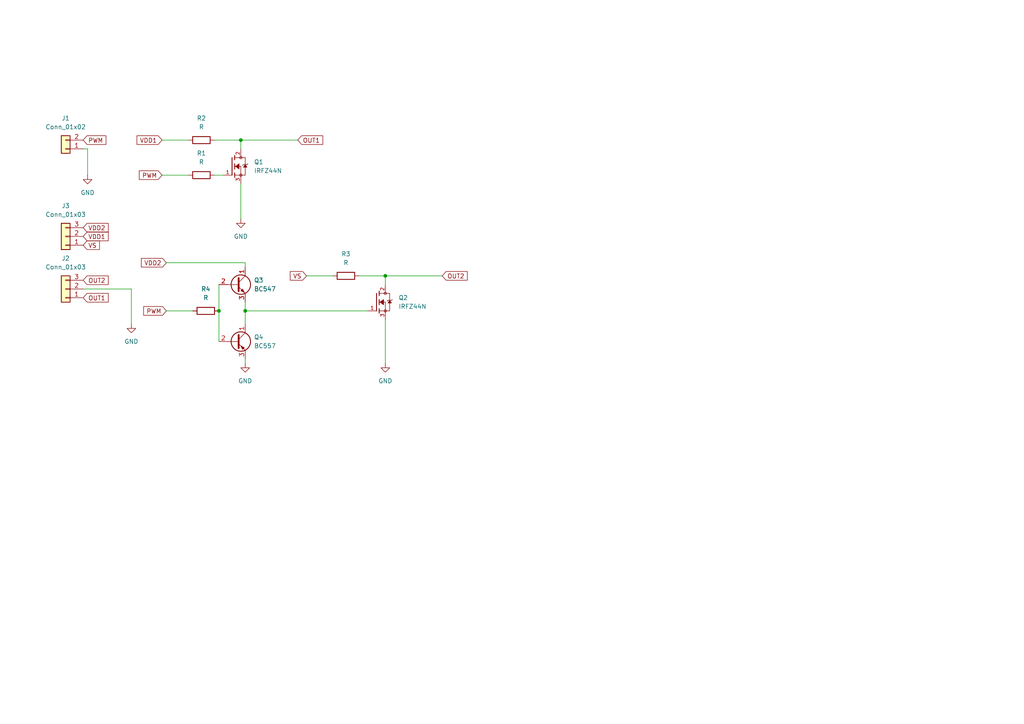
<source format=kicad_sch>
(kicad_sch
	(version 20250114)
	(generator "eeschema")
	(generator_version "9.0")
	(uuid "807c3a52-948a-4c8a-8471-1432c4af8918")
	(paper "A4")
	(lib_symbols
		(symbol "Connector_Generic:Conn_01x02"
			(pin_names
				(offset 1.016)
				(hide yes)
			)
			(exclude_from_sim no)
			(in_bom yes)
			(on_board yes)
			(property "Reference" "J"
				(at 0 2.54 0)
				(effects
					(font
						(size 1.27 1.27)
					)
				)
			)
			(property "Value" "Conn_01x02"
				(at 0 -5.08 0)
				(effects
					(font
						(size 1.27 1.27)
					)
				)
			)
			(property "Footprint" ""
				(at 0 0 0)
				(effects
					(font
						(size 1.27 1.27)
					)
					(hide yes)
				)
			)
			(property "Datasheet" "~"
				(at 0 0 0)
				(effects
					(font
						(size 1.27 1.27)
					)
					(hide yes)
				)
			)
			(property "Description" "Generic connector, single row, 01x02, script generated (kicad-library-utils/schlib/autogen/connector/)"
				(at 0 0 0)
				(effects
					(font
						(size 1.27 1.27)
					)
					(hide yes)
				)
			)
			(property "ki_keywords" "connector"
				(at 0 0 0)
				(effects
					(font
						(size 1.27 1.27)
					)
					(hide yes)
				)
			)
			(property "ki_fp_filters" "Connector*:*_1x??_*"
				(at 0 0 0)
				(effects
					(font
						(size 1.27 1.27)
					)
					(hide yes)
				)
			)
			(symbol "Conn_01x02_1_1"
				(rectangle
					(start -1.27 1.27)
					(end 1.27 -3.81)
					(stroke
						(width 0.254)
						(type default)
					)
					(fill
						(type background)
					)
				)
				(rectangle
					(start -1.27 0.127)
					(end 0 -0.127)
					(stroke
						(width 0.1524)
						(type default)
					)
					(fill
						(type none)
					)
				)
				(rectangle
					(start -1.27 -2.413)
					(end 0 -2.667)
					(stroke
						(width 0.1524)
						(type default)
					)
					(fill
						(type none)
					)
				)
				(pin passive line
					(at -5.08 0 0)
					(length 3.81)
					(name "Pin_1"
						(effects
							(font
								(size 1.27 1.27)
							)
						)
					)
					(number "1"
						(effects
							(font
								(size 1.27 1.27)
							)
						)
					)
				)
				(pin passive line
					(at -5.08 -2.54 0)
					(length 3.81)
					(name "Pin_2"
						(effects
							(font
								(size 1.27 1.27)
							)
						)
					)
					(number "2"
						(effects
							(font
								(size 1.27 1.27)
							)
						)
					)
				)
			)
			(embedded_fonts no)
		)
		(symbol "Connector_Generic:Conn_01x03"
			(pin_names
				(offset 1.016)
				(hide yes)
			)
			(exclude_from_sim no)
			(in_bom yes)
			(on_board yes)
			(property "Reference" "J"
				(at 0 5.08 0)
				(effects
					(font
						(size 1.27 1.27)
					)
				)
			)
			(property "Value" "Conn_01x03"
				(at 0 -5.08 0)
				(effects
					(font
						(size 1.27 1.27)
					)
				)
			)
			(property "Footprint" ""
				(at 0 0 0)
				(effects
					(font
						(size 1.27 1.27)
					)
					(hide yes)
				)
			)
			(property "Datasheet" "~"
				(at 0 0 0)
				(effects
					(font
						(size 1.27 1.27)
					)
					(hide yes)
				)
			)
			(property "Description" "Generic connector, single row, 01x03, script generated (kicad-library-utils/schlib/autogen/connector/)"
				(at 0 0 0)
				(effects
					(font
						(size 1.27 1.27)
					)
					(hide yes)
				)
			)
			(property "ki_keywords" "connector"
				(at 0 0 0)
				(effects
					(font
						(size 1.27 1.27)
					)
					(hide yes)
				)
			)
			(property "ki_fp_filters" "Connector*:*_1x??_*"
				(at 0 0 0)
				(effects
					(font
						(size 1.27 1.27)
					)
					(hide yes)
				)
			)
			(symbol "Conn_01x03_1_1"
				(rectangle
					(start -1.27 3.81)
					(end 1.27 -3.81)
					(stroke
						(width 0.254)
						(type default)
					)
					(fill
						(type background)
					)
				)
				(rectangle
					(start -1.27 2.667)
					(end 0 2.413)
					(stroke
						(width 0.1524)
						(type default)
					)
					(fill
						(type none)
					)
				)
				(rectangle
					(start -1.27 0.127)
					(end 0 -0.127)
					(stroke
						(width 0.1524)
						(type default)
					)
					(fill
						(type none)
					)
				)
				(rectangle
					(start -1.27 -2.413)
					(end 0 -2.667)
					(stroke
						(width 0.1524)
						(type default)
					)
					(fill
						(type none)
					)
				)
				(pin passive line
					(at -5.08 2.54 0)
					(length 3.81)
					(name "Pin_1"
						(effects
							(font
								(size 1.27 1.27)
							)
						)
					)
					(number "1"
						(effects
							(font
								(size 1.27 1.27)
							)
						)
					)
				)
				(pin passive line
					(at -5.08 0 0)
					(length 3.81)
					(name "Pin_2"
						(effects
							(font
								(size 1.27 1.27)
							)
						)
					)
					(number "2"
						(effects
							(font
								(size 1.27 1.27)
							)
						)
					)
				)
				(pin passive line
					(at -5.08 -2.54 0)
					(length 3.81)
					(name "Pin_3"
						(effects
							(font
								(size 1.27 1.27)
							)
						)
					)
					(number "3"
						(effects
							(font
								(size 1.27 1.27)
							)
						)
					)
				)
			)
			(embedded_fonts no)
		)
		(symbol "Device:R"
			(pin_numbers
				(hide yes)
			)
			(pin_names
				(offset 0)
			)
			(exclude_from_sim no)
			(in_bom yes)
			(on_board yes)
			(property "Reference" "R"
				(at 2.032 0 90)
				(effects
					(font
						(size 1.27 1.27)
					)
				)
			)
			(property "Value" "R"
				(at 0 0 90)
				(effects
					(font
						(size 1.27 1.27)
					)
				)
			)
			(property "Footprint" ""
				(at -1.778 0 90)
				(effects
					(font
						(size 1.27 1.27)
					)
					(hide yes)
				)
			)
			(property "Datasheet" "~"
				(at 0 0 0)
				(effects
					(font
						(size 1.27 1.27)
					)
					(hide yes)
				)
			)
			(property "Description" "Resistor"
				(at 0 0 0)
				(effects
					(font
						(size 1.27 1.27)
					)
					(hide yes)
				)
			)
			(property "ki_keywords" "R res resistor"
				(at 0 0 0)
				(effects
					(font
						(size 1.27 1.27)
					)
					(hide yes)
				)
			)
			(property "ki_fp_filters" "R_*"
				(at 0 0 0)
				(effects
					(font
						(size 1.27 1.27)
					)
					(hide yes)
				)
			)
			(symbol "R_0_1"
				(rectangle
					(start -1.016 -2.54)
					(end 1.016 2.54)
					(stroke
						(width 0.254)
						(type default)
					)
					(fill
						(type none)
					)
				)
			)
			(symbol "R_1_1"
				(pin passive line
					(at 0 3.81 270)
					(length 1.27)
					(name "~"
						(effects
							(font
								(size 1.27 1.27)
							)
						)
					)
					(number "1"
						(effects
							(font
								(size 1.27 1.27)
							)
						)
					)
				)
				(pin passive line
					(at 0 -3.81 90)
					(length 1.27)
					(name "~"
						(effects
							(font
								(size 1.27 1.27)
							)
						)
					)
					(number "2"
						(effects
							(font
								(size 1.27 1.27)
							)
						)
					)
				)
			)
			(embedded_fonts no)
		)
		(symbol "IRFZ44N:IRFZ44N"
			(pin_names
				(offset 1.016)
			)
			(exclude_from_sim no)
			(in_bom yes)
			(on_board yes)
			(property "Reference" "Q"
				(at -8.89 2.54 0)
				(effects
					(font
						(size 1.27 1.27)
					)
					(justify left bottom)
				)
			)
			(property "Value" "IRFZ44N"
				(at -8.89 -7.62 0)
				(effects
					(font
						(size 1.27 1.27)
					)
					(justify left bottom)
				)
			)
			(property "Footprint" "IRFZ44N:TO254P1016X419X2286-3"
				(at 0 0 0)
				(effects
					(font
						(size 1.27 1.27)
					)
					(justify bottom)
					(hide yes)
				)
			)
			(property "Datasheet" ""
				(at 0 0 0)
				(effects
					(font
						(size 1.27 1.27)
					)
					(hide yes)
				)
			)
			(property "Description" ""
				(at 0 0 0)
				(effects
					(font
						(size 1.27 1.27)
					)
					(hide yes)
				)
			)
			(property "MF" "Infineon Technologies"
				(at 0 0 0)
				(effects
					(font
						(size 1.27 1.27)
					)
					(justify bottom)
					(hide yes)
				)
			)
			(property "MAXIMUM_PACKAGE_HEIGHT" "22.86 mm"
				(at 0 0 0)
				(effects
					(font
						(size 1.27 1.27)
					)
					(justify bottom)
					(hide yes)
				)
			)
			(property "Package" "TO-220AB-3 Infineon"
				(at 0 0 0)
				(effects
					(font
						(size 1.27 1.27)
					)
					(justify bottom)
					(hide yes)
				)
			)
			(property "Price" "None"
				(at 0 0 0)
				(effects
					(font
						(size 1.27 1.27)
					)
					(justify bottom)
					(hide yes)
				)
			)
			(property "Check_prices" "https://www.snapeda.com/parts/IRFZ44N/Infineon/view-part/?ref=eda"
				(at 0 0 0)
				(effects
					(font
						(size 1.27 1.27)
					)
					(justify bottom)
					(hide yes)
				)
			)
			(property "STANDARD" "IPC 7351B"
				(at 0 0 0)
				(effects
					(font
						(size 1.27 1.27)
					)
					(justify bottom)
					(hide yes)
				)
			)
			(property "PARTREV" "09/21/10"
				(at 0 0 0)
				(effects
					(font
						(size 1.27 1.27)
					)
					(justify bottom)
					(hide yes)
				)
			)
			(property "SnapEDA_Link" "https://www.snapeda.com/parts/IRFZ44N/Infineon/view-part/?ref=snap"
				(at 0 0 0)
				(effects
					(font
						(size 1.27 1.27)
					)
					(justify bottom)
					(hide yes)
				)
			)
			(property "MP" "IRFZ44N"
				(at 0 0 0)
				(effects
					(font
						(size 1.27 1.27)
					)
					(justify bottom)
					(hide yes)
				)
			)
			(property "Purchase-URL" "https://www.snapeda.com/api/url_track_click_mouser/?unipart_id=558410&manufacturer=Infineon Technologies&part_name=IRFZ44N&search_term=None"
				(at 0 0 0)
				(effects
					(font
						(size 1.27 1.27)
					)
					(justify bottom)
					(hide yes)
				)
			)
			(property "Description_1" "N-Channel 55 V 49A (Tc) 94W (Tc) Through Hole TO-220AB"
				(at 0 0 0)
				(effects
					(font
						(size 1.27 1.27)
					)
					(justify bottom)
					(hide yes)
				)
			)
			(property "SNAPEDA_PN" "IRFZ44N"
				(at 0 0 0)
				(effects
					(font
						(size 1.27 1.27)
					)
					(justify bottom)
					(hide yes)
				)
			)
			(property "Availability" "In Stock"
				(at 0 0 0)
				(effects
					(font
						(size 1.27 1.27)
					)
					(justify bottom)
					(hide yes)
				)
			)
			(property "MANUFACTURER" "Infineon"
				(at 0 0 0)
				(effects
					(font
						(size 1.27 1.27)
					)
					(justify bottom)
					(hide yes)
				)
			)
			(symbol "IRFZ44N_0_0"
				(polyline
					(pts
						(xy 0 2.54) (xy 0 -2.54)
					)
					(stroke
						(width 0.254)
						(type default)
					)
					(fill
						(type none)
					)
				)
				(polyline
					(pts
						(xy 0.762 3.175) (xy 0.762 2.54)
					)
					(stroke
						(width 0.254)
						(type default)
					)
					(fill
						(type none)
					)
				)
				(polyline
					(pts
						(xy 0.762 2.54) (xy 0.762 1.905)
					)
					(stroke
						(width 0.254)
						(type default)
					)
					(fill
						(type none)
					)
				)
				(polyline
					(pts
						(xy 0.762 2.54) (xy 3.81 2.54)
					)
					(stroke
						(width 0.1524)
						(type default)
					)
					(fill
						(type none)
					)
				)
				(polyline
					(pts
						(xy 0.762 0.762) (xy 0.762 0)
					)
					(stroke
						(width 0.254)
						(type default)
					)
					(fill
						(type none)
					)
				)
				(polyline
					(pts
						(xy 0.762 0) (xy 0.762 -0.762)
					)
					(stroke
						(width 0.254)
						(type default)
					)
					(fill
						(type none)
					)
				)
				(polyline
					(pts
						(xy 0.762 0) (xy 2.54 0)
					)
					(stroke
						(width 0.1524)
						(type default)
					)
					(fill
						(type none)
					)
				)
				(polyline
					(pts
						(xy 0.762 -1.905) (xy 0.762 -2.54)
					)
					(stroke
						(width 0.254)
						(type default)
					)
					(fill
						(type none)
					)
				)
				(polyline
					(pts
						(xy 0.762 -2.54) (xy 0.762 -3.175)
					)
					(stroke
						(width 0.254)
						(type default)
					)
					(fill
						(type none)
					)
				)
				(polyline
					(pts
						(xy 1.016 0) (xy 2.032 0.762) (xy 2.032 -0.762) (xy 1.016 0)
					)
					(stroke
						(width 0.1524)
						(type default)
					)
					(fill
						(type outline)
					)
				)
				(circle
					(center 2.54 2.54)
					(radius 0.3592)
					(stroke
						(width 0)
						(type default)
					)
					(fill
						(type none)
					)
				)
				(polyline
					(pts
						(xy 2.54 0) (xy 2.54 -2.54)
					)
					(stroke
						(width 0.1524)
						(type default)
					)
					(fill
						(type none)
					)
				)
				(polyline
					(pts
						(xy 2.54 -2.54) (xy 0.762 -2.54)
					)
					(stroke
						(width 0.1524)
						(type default)
					)
					(fill
						(type none)
					)
				)
				(polyline
					(pts
						(xy 2.54 -2.54) (xy 3.81 -2.54)
					)
					(stroke
						(width 0.1524)
						(type default)
					)
					(fill
						(type none)
					)
				)
				(circle
					(center 2.54 -2.54)
					(radius 0.3592)
					(stroke
						(width 0)
						(type default)
					)
					(fill
						(type none)
					)
				)
				(polyline
					(pts
						(xy 3.302 0.508) (xy 3.048 0.254)
					)
					(stroke
						(width 0.1524)
						(type default)
					)
					(fill
						(type none)
					)
				)
				(polyline
					(pts
						(xy 3.81 2.54) (xy 3.81 0.508)
					)
					(stroke
						(width 0.1524)
						(type default)
					)
					(fill
						(type none)
					)
				)
				(polyline
					(pts
						(xy 3.81 0.508) (xy 3.302 0.508)
					)
					(stroke
						(width 0.1524)
						(type default)
					)
					(fill
						(type none)
					)
				)
				(polyline
					(pts
						(xy 3.81 0.508) (xy 3.81 -2.54)
					)
					(stroke
						(width 0.1524)
						(type default)
					)
					(fill
						(type none)
					)
				)
				(polyline
					(pts
						(xy 3.81 0.508) (xy 3.302 -0.254) (xy 4.318 -0.254) (xy 3.81 0.508)
					)
					(stroke
						(width 0.1524)
						(type default)
					)
					(fill
						(type outline)
					)
				)
				(polyline
					(pts
						(xy 4.318 0.508) (xy 3.81 0.508)
					)
					(stroke
						(width 0.1524)
						(type default)
					)
					(fill
						(type none)
					)
				)
				(polyline
					(pts
						(xy 4.572 0.762) (xy 4.318 0.508)
					)
					(stroke
						(width 0.1524)
						(type default)
					)
					(fill
						(type none)
					)
				)
				(pin passive line
					(at -2.54 -2.54 0)
					(length 2.54)
					(name "~"
						(effects
							(font
								(size 1.016 1.016)
							)
						)
					)
					(number "1"
						(effects
							(font
								(size 1.016 1.016)
							)
						)
					)
				)
				(pin passive line
					(at 2.54 5.08 270)
					(length 2.54)
					(name "~"
						(effects
							(font
								(size 1.016 1.016)
							)
						)
					)
					(number "2"
						(effects
							(font
								(size 1.016 1.016)
							)
						)
					)
				)
				(pin passive line
					(at 2.54 -5.08 90)
					(length 2.54)
					(name "~"
						(effects
							(font
								(size 1.016 1.016)
							)
						)
					)
					(number "3"
						(effects
							(font
								(size 1.016 1.016)
							)
						)
					)
				)
			)
			(embedded_fonts no)
		)
		(symbol "Transistor_BJT:BC547"
			(pin_names
				(offset 0)
				(hide yes)
			)
			(exclude_from_sim no)
			(in_bom yes)
			(on_board yes)
			(property "Reference" "Q"
				(at 5.08 1.905 0)
				(effects
					(font
						(size 1.27 1.27)
					)
					(justify left)
				)
			)
			(property "Value" "BC547"
				(at 5.08 0 0)
				(effects
					(font
						(size 1.27 1.27)
					)
					(justify left)
				)
			)
			(property "Footprint" "Package_TO_SOT_THT:TO-92_Inline"
				(at 5.08 -1.905 0)
				(effects
					(font
						(size 1.27 1.27)
						(italic yes)
					)
					(justify left)
					(hide yes)
				)
			)
			(property "Datasheet" "https://www.onsemi.com/pub/Collateral/BC550-D.pdf"
				(at 0 0 0)
				(effects
					(font
						(size 1.27 1.27)
					)
					(justify left)
					(hide yes)
				)
			)
			(property "Description" "0.1A Ic, 45V Vce, Small Signal NPN Transistor, TO-92"
				(at 0 0 0)
				(effects
					(font
						(size 1.27 1.27)
					)
					(hide yes)
				)
			)
			(property "ki_keywords" "NPN Transistor"
				(at 0 0 0)
				(effects
					(font
						(size 1.27 1.27)
					)
					(hide yes)
				)
			)
			(property "ki_fp_filters" "TO?92*"
				(at 0 0 0)
				(effects
					(font
						(size 1.27 1.27)
					)
					(hide yes)
				)
			)
			(symbol "BC547_0_1"
				(polyline
					(pts
						(xy -2.54 0) (xy 0.635 0)
					)
					(stroke
						(width 0)
						(type default)
					)
					(fill
						(type none)
					)
				)
				(polyline
					(pts
						(xy 0.635 1.905) (xy 0.635 -1.905)
					)
					(stroke
						(width 0.508)
						(type default)
					)
					(fill
						(type none)
					)
				)
				(circle
					(center 1.27 0)
					(radius 2.8194)
					(stroke
						(width 0.254)
						(type default)
					)
					(fill
						(type none)
					)
				)
			)
			(symbol "BC547_1_1"
				(polyline
					(pts
						(xy 0.635 0.635) (xy 2.54 2.54)
					)
					(stroke
						(width 0)
						(type default)
					)
					(fill
						(type none)
					)
				)
				(polyline
					(pts
						(xy 0.635 -0.635) (xy 2.54 -2.54)
					)
					(stroke
						(width 0)
						(type default)
					)
					(fill
						(type none)
					)
				)
				(polyline
					(pts
						(xy 1.27 -1.778) (xy 1.778 -1.27) (xy 2.286 -2.286) (xy 1.27 -1.778)
					)
					(stroke
						(width 0)
						(type default)
					)
					(fill
						(type outline)
					)
				)
				(pin input line
					(at -5.08 0 0)
					(length 2.54)
					(name "B"
						(effects
							(font
								(size 1.27 1.27)
							)
						)
					)
					(number "2"
						(effects
							(font
								(size 1.27 1.27)
							)
						)
					)
				)
				(pin passive line
					(at 2.54 5.08 270)
					(length 2.54)
					(name "C"
						(effects
							(font
								(size 1.27 1.27)
							)
						)
					)
					(number "1"
						(effects
							(font
								(size 1.27 1.27)
							)
						)
					)
				)
				(pin passive line
					(at 2.54 -5.08 90)
					(length 2.54)
					(name "E"
						(effects
							(font
								(size 1.27 1.27)
							)
						)
					)
					(number "3"
						(effects
							(font
								(size 1.27 1.27)
							)
						)
					)
				)
			)
			(embedded_fonts no)
		)
		(symbol "Transistor_BJT:BC557"
			(pin_names
				(offset 0)
				(hide yes)
			)
			(exclude_from_sim no)
			(in_bom yes)
			(on_board yes)
			(property "Reference" "Q"
				(at 5.08 1.905 0)
				(effects
					(font
						(size 1.27 1.27)
					)
					(justify left)
				)
			)
			(property "Value" "BC557"
				(at 5.08 0 0)
				(effects
					(font
						(size 1.27 1.27)
					)
					(justify left)
				)
			)
			(property "Footprint" "Package_TO_SOT_THT:TO-92_Inline"
				(at 5.08 -1.905 0)
				(effects
					(font
						(size 1.27 1.27)
						(italic yes)
					)
					(justify left)
					(hide yes)
				)
			)
			(property "Datasheet" "https://www.onsemi.com/pub/Collateral/BC556BTA-D.pdf"
				(at 0 0 0)
				(effects
					(font
						(size 1.27 1.27)
					)
					(justify left)
					(hide yes)
				)
			)
			(property "Description" "0.1A Ic, 45V Vce, PNP Small Signal Transistor, TO-92"
				(at 0 0 0)
				(effects
					(font
						(size 1.27 1.27)
					)
					(hide yes)
				)
			)
			(property "ki_keywords" "PNP Transistor"
				(at 0 0 0)
				(effects
					(font
						(size 1.27 1.27)
					)
					(hide yes)
				)
			)
			(property "ki_fp_filters" "TO?92*"
				(at 0 0 0)
				(effects
					(font
						(size 1.27 1.27)
					)
					(hide yes)
				)
			)
			(symbol "BC557_0_1"
				(polyline
					(pts
						(xy -2.54 0) (xy 0.635 0)
					)
					(stroke
						(width 0)
						(type default)
					)
					(fill
						(type none)
					)
				)
				(polyline
					(pts
						(xy 0.635 1.905) (xy 0.635 -1.905)
					)
					(stroke
						(width 0.508)
						(type default)
					)
					(fill
						(type none)
					)
				)
				(polyline
					(pts
						(xy 0.635 0.635) (xy 2.54 2.54)
					)
					(stroke
						(width 0)
						(type default)
					)
					(fill
						(type none)
					)
				)
				(polyline
					(pts
						(xy 0.635 -0.635) (xy 2.54 -2.54)
					)
					(stroke
						(width 0)
						(type default)
					)
					(fill
						(type none)
					)
				)
				(circle
					(center 1.27 0)
					(radius 2.8194)
					(stroke
						(width 0.254)
						(type default)
					)
					(fill
						(type none)
					)
				)
				(polyline
					(pts
						(xy 2.286 -1.778) (xy 1.778 -2.286) (xy 1.27 -1.27) (xy 2.286 -1.778)
					)
					(stroke
						(width 0)
						(type default)
					)
					(fill
						(type outline)
					)
				)
			)
			(symbol "BC557_1_1"
				(pin input line
					(at -5.08 0 0)
					(length 2.54)
					(name "B"
						(effects
							(font
								(size 1.27 1.27)
							)
						)
					)
					(number "2"
						(effects
							(font
								(size 1.27 1.27)
							)
						)
					)
				)
				(pin passive line
					(at 2.54 5.08 270)
					(length 2.54)
					(name "C"
						(effects
							(font
								(size 1.27 1.27)
							)
						)
					)
					(number "1"
						(effects
							(font
								(size 1.27 1.27)
							)
						)
					)
				)
				(pin passive line
					(at 2.54 -5.08 90)
					(length 2.54)
					(name "E"
						(effects
							(font
								(size 1.27 1.27)
							)
						)
					)
					(number "3"
						(effects
							(font
								(size 1.27 1.27)
							)
						)
					)
				)
			)
			(embedded_fonts no)
		)
		(symbol "power:GND"
			(power)
			(pin_numbers
				(hide yes)
			)
			(pin_names
				(offset 0)
				(hide yes)
			)
			(exclude_from_sim no)
			(in_bom yes)
			(on_board yes)
			(property "Reference" "#PWR"
				(at 0 -6.35 0)
				(effects
					(font
						(size 1.27 1.27)
					)
					(hide yes)
				)
			)
			(property "Value" "GND"
				(at 0 -3.81 0)
				(effects
					(font
						(size 1.27 1.27)
					)
				)
			)
			(property "Footprint" ""
				(at 0 0 0)
				(effects
					(font
						(size 1.27 1.27)
					)
					(hide yes)
				)
			)
			(property "Datasheet" ""
				(at 0 0 0)
				(effects
					(font
						(size 1.27 1.27)
					)
					(hide yes)
				)
			)
			(property "Description" "Power symbol creates a global label with name \"GND\" , ground"
				(at 0 0 0)
				(effects
					(font
						(size 1.27 1.27)
					)
					(hide yes)
				)
			)
			(property "ki_keywords" "global power"
				(at 0 0 0)
				(effects
					(font
						(size 1.27 1.27)
					)
					(hide yes)
				)
			)
			(symbol "GND_0_1"
				(polyline
					(pts
						(xy 0 0) (xy 0 -1.27) (xy 1.27 -1.27) (xy 0 -2.54) (xy -1.27 -1.27) (xy 0 -1.27)
					)
					(stroke
						(width 0)
						(type default)
					)
					(fill
						(type none)
					)
				)
			)
			(symbol "GND_1_1"
				(pin power_in line
					(at 0 0 270)
					(length 0)
					(name "~"
						(effects
							(font
								(size 1.27 1.27)
							)
						)
					)
					(number "1"
						(effects
							(font
								(size 1.27 1.27)
							)
						)
					)
				)
			)
			(embedded_fonts no)
		)
	)
	(junction
		(at 111.76 80.01)
		(diameter 0)
		(color 0 0 0 0)
		(uuid "2f56870b-7110-44c4-9fbe-7b2c523f666f")
	)
	(junction
		(at 69.85 40.64)
		(diameter 0)
		(color 0 0 0 0)
		(uuid "cc7ef902-c5fc-4501-af64-4ece8f5c8d83")
	)
	(junction
		(at 63.5 90.17)
		(diameter 0)
		(color 0 0 0 0)
		(uuid "d7ae1c82-d16e-407d-a3c7-65f547bee6c0")
	)
	(junction
		(at 71.12 90.17)
		(diameter 0)
		(color 0 0 0 0)
		(uuid "e7fccad0-d746-43fe-a5ee-927890065669")
	)
	(wire
		(pts
			(xy 63.5 82.55) (xy 63.5 90.17)
		)
		(stroke
			(width 0)
			(type default)
		)
		(uuid "002efd29-96c8-43ad-b930-698b85cd77fe")
	)
	(wire
		(pts
			(xy 111.76 80.01) (xy 111.76 82.55)
		)
		(stroke
			(width 0)
			(type default)
		)
		(uuid "00e2b2b1-e346-4350-bdc9-45aa3844cc32")
	)
	(wire
		(pts
			(xy 48.26 90.17) (xy 55.88 90.17)
		)
		(stroke
			(width 0)
			(type default)
		)
		(uuid "0af74cce-4591-46fa-b2dc-e49da74c57c2")
	)
	(wire
		(pts
			(xy 63.5 90.17) (xy 63.5 99.06)
		)
		(stroke
			(width 0)
			(type default)
		)
		(uuid "17cee464-920c-4f94-af52-6b87ddf272b8")
	)
	(wire
		(pts
			(xy 24.13 83.82) (xy 38.1 83.82)
		)
		(stroke
			(width 0)
			(type default)
		)
		(uuid "44907ce3-1fa2-4c91-a1f0-66906d4f83cf")
	)
	(wire
		(pts
			(xy 25.4 43.18) (xy 25.4 50.8)
		)
		(stroke
			(width 0)
			(type default)
		)
		(uuid "4fe27a6f-9a63-4801-acec-13b65d9f00bc")
	)
	(wire
		(pts
			(xy 71.12 90.17) (xy 71.12 93.98)
		)
		(stroke
			(width 0)
			(type default)
		)
		(uuid "5182edbe-b7e7-4002-98c8-85a7a22dd8a6")
	)
	(wire
		(pts
			(xy 69.85 53.34) (xy 69.85 63.5)
		)
		(stroke
			(width 0)
			(type default)
		)
		(uuid "589cd753-fa50-468f-8039-f4d7810232a0")
	)
	(wire
		(pts
			(xy 71.12 90.17) (xy 106.68 90.17)
		)
		(stroke
			(width 0)
			(type default)
		)
		(uuid "59447eff-1aff-4e99-9909-bcede1c801fc")
	)
	(wire
		(pts
			(xy 71.12 87.63) (xy 71.12 90.17)
		)
		(stroke
			(width 0)
			(type default)
		)
		(uuid "5fc6c653-bc2b-47bb-aa12-abdc8612024c")
	)
	(wire
		(pts
			(xy 111.76 80.01) (xy 128.27 80.01)
		)
		(stroke
			(width 0)
			(type default)
		)
		(uuid "62ffec0d-2281-419b-a699-f372baed9a81")
	)
	(wire
		(pts
			(xy 24.13 43.18) (xy 25.4 43.18)
		)
		(stroke
			(width 0)
			(type default)
		)
		(uuid "6ff8c0d4-b68f-472f-84a1-987cc93a64e0")
	)
	(wire
		(pts
			(xy 48.26 76.2) (xy 71.12 76.2)
		)
		(stroke
			(width 0)
			(type default)
		)
		(uuid "7aed6263-099a-458b-adf0-967a681f03b1")
	)
	(wire
		(pts
			(xy 62.23 40.64) (xy 69.85 40.64)
		)
		(stroke
			(width 0)
			(type default)
		)
		(uuid "81bf96a3-e7a7-4e47-b011-bc1c2701b1b1")
	)
	(wire
		(pts
			(xy 69.85 40.64) (xy 86.36 40.64)
		)
		(stroke
			(width 0)
			(type default)
		)
		(uuid "8cf64f5b-5744-4a07-9661-cd4125b8d080")
	)
	(wire
		(pts
			(xy 71.12 104.14) (xy 71.12 105.41)
		)
		(stroke
			(width 0)
			(type default)
		)
		(uuid "8eee69f3-0f96-45b4-92e5-acc1ccd3a3e3")
	)
	(wire
		(pts
			(xy 111.76 92.71) (xy 111.76 105.41)
		)
		(stroke
			(width 0)
			(type default)
		)
		(uuid "9b0567f7-c8f9-43a8-aeb3-38b5de9a5f2f")
	)
	(wire
		(pts
			(xy 38.1 83.82) (xy 38.1 93.98)
		)
		(stroke
			(width 0)
			(type default)
		)
		(uuid "a7c202d4-715a-4641-94a6-82a2491fd55b")
	)
	(wire
		(pts
			(xy 88.9 80.01) (xy 96.52 80.01)
		)
		(stroke
			(width 0)
			(type default)
		)
		(uuid "bce6b697-ff7c-4e1c-b416-20f29c0c0600")
	)
	(wire
		(pts
			(xy 69.85 40.64) (xy 69.85 43.18)
		)
		(stroke
			(width 0)
			(type default)
		)
		(uuid "dd8fbd18-024e-44ff-871f-96696129f4e4")
	)
	(wire
		(pts
			(xy 46.99 50.8) (xy 54.61 50.8)
		)
		(stroke
			(width 0)
			(type default)
		)
		(uuid "e05c18f9-b358-4143-b023-eb4210989e2b")
	)
	(wire
		(pts
			(xy 104.14 80.01) (xy 111.76 80.01)
		)
		(stroke
			(width 0)
			(type default)
		)
		(uuid "e505b941-3466-46f4-8ccb-13cfdd14225c")
	)
	(wire
		(pts
			(xy 46.99 40.64) (xy 54.61 40.64)
		)
		(stroke
			(width 0)
			(type default)
		)
		(uuid "e7d3ffb4-f2d7-437b-ae58-f94c5fbc67f4")
	)
	(wire
		(pts
			(xy 62.23 50.8) (xy 64.77 50.8)
		)
		(stroke
			(width 0)
			(type default)
		)
		(uuid "ef5c9fe7-cfdb-48e7-86e8-11a20573ad44")
	)
	(wire
		(pts
			(xy 71.12 76.2) (xy 71.12 77.47)
		)
		(stroke
			(width 0)
			(type default)
		)
		(uuid "f0501231-5b73-4c6d-a930-129b48d481cb")
	)
	(global_label "OUT1"
		(shape input)
		(at 86.36 40.64 0)
		(fields_autoplaced yes)
		(effects
			(font
				(size 1.27 1.27)
			)
			(justify left)
		)
		(uuid "1281f1d3-e2d8-4620-b5a6-443ee924108c")
		(property "Intersheetrefs" "${INTERSHEET_REFS}"
			(at 94.1833 40.64 0)
			(effects
				(font
					(size 1.27 1.27)
				)
				(justify left)
				(hide yes)
			)
		)
	)
	(global_label "OUT2"
		(shape input)
		(at 128.27 80.01 0)
		(fields_autoplaced yes)
		(effects
			(font
				(size 1.27 1.27)
			)
			(justify left)
		)
		(uuid "249f42d5-7d40-44fd-95ba-949324e39c1b")
		(property "Intersheetrefs" "${INTERSHEET_REFS}"
			(at 136.0933 80.01 0)
			(effects
				(font
					(size 1.27 1.27)
				)
				(justify left)
				(hide yes)
			)
		)
	)
	(global_label "VDD2"
		(shape input)
		(at 24.13 66.04 0)
		(fields_autoplaced yes)
		(effects
			(font
				(size 1.27 1.27)
			)
			(justify left)
		)
		(uuid "2a87fe3d-32d3-4aba-ae96-51527a878928")
		(property "Intersheetrefs" "${INTERSHEET_REFS}"
			(at 31.9533 66.04 0)
			(effects
				(font
					(size 1.27 1.27)
				)
				(justify left)
				(hide yes)
			)
		)
	)
	(global_label "VDD1"
		(shape input)
		(at 24.13 68.58 0)
		(fields_autoplaced yes)
		(effects
			(font
				(size 1.27 1.27)
			)
			(justify left)
		)
		(uuid "3361e70b-5491-48af-b8cb-f7454ce5cc74")
		(property "Intersheetrefs" "${INTERSHEET_REFS}"
			(at 31.9533 68.58 0)
			(effects
				(font
					(size 1.27 1.27)
				)
				(justify left)
				(hide yes)
			)
		)
	)
	(global_label "PWM"
		(shape input)
		(at 24.13 40.64 0)
		(fields_autoplaced yes)
		(effects
			(font
				(size 1.27 1.27)
			)
			(justify left)
		)
		(uuid "6860d119-3b6f-45b3-890f-828246532b38")
		(property "Intersheetrefs" "${INTERSHEET_REFS}"
			(at 31.288 40.64 0)
			(effects
				(font
					(size 1.27 1.27)
				)
				(justify left)
				(hide yes)
			)
		)
	)
	(global_label "VS"
		(shape input)
		(at 24.13 71.12 0)
		(fields_autoplaced yes)
		(effects
			(font
				(size 1.27 1.27)
			)
			(justify left)
		)
		(uuid "7c0e1f14-5896-4aab-9126-5dcb2b52a55a")
		(property "Intersheetrefs" "${INTERSHEET_REFS}"
			(at 29.4133 71.12 0)
			(effects
				(font
					(size 1.27 1.27)
				)
				(justify left)
				(hide yes)
			)
		)
	)
	(global_label "PWM"
		(shape input)
		(at 46.99 50.8 180)
		(fields_autoplaced yes)
		(effects
			(font
				(size 1.27 1.27)
			)
			(justify right)
		)
		(uuid "a79c3b9f-2341-495b-af37-8fee49fce84e")
		(property "Intersheetrefs" "${INTERSHEET_REFS}"
			(at 39.832 50.8 0)
			(effects
				(font
					(size 1.27 1.27)
				)
				(justify right)
				(hide yes)
			)
		)
	)
	(global_label "VDD2"
		(shape input)
		(at 48.26 76.2 180)
		(fields_autoplaced yes)
		(effects
			(font
				(size 1.27 1.27)
			)
			(justify right)
		)
		(uuid "a8c8505d-8916-4447-b5ba-474cd85faab5")
		(property "Intersheetrefs" "${INTERSHEET_REFS}"
			(at 40.4367 76.2 0)
			(effects
				(font
					(size 1.27 1.27)
				)
				(justify right)
				(hide yes)
			)
		)
	)
	(global_label "VDD1"
		(shape input)
		(at 46.99 40.64 180)
		(fields_autoplaced yes)
		(effects
			(font
				(size 1.27 1.27)
			)
			(justify right)
		)
		(uuid "d56fc879-3b73-411c-a975-ef575440b10d")
		(property "Intersheetrefs" "${INTERSHEET_REFS}"
			(at 39.1667 40.64 0)
			(effects
				(font
					(size 1.27 1.27)
				)
				(justify right)
				(hide yes)
			)
		)
	)
	(global_label "VS"
		(shape input)
		(at 88.9 80.01 180)
		(fields_autoplaced yes)
		(effects
			(font
				(size 1.27 1.27)
			)
			(justify right)
		)
		(uuid "e46be298-d008-4a74-9750-b3d80e591981")
		(property "Intersheetrefs" "${INTERSHEET_REFS}"
			(at 83.6167 80.01 0)
			(effects
				(font
					(size 1.27 1.27)
				)
				(justify right)
				(hide yes)
			)
		)
	)
	(global_label "PWM"
		(shape input)
		(at 48.26 90.17 180)
		(fields_autoplaced yes)
		(effects
			(font
				(size 1.27 1.27)
			)
			(justify right)
		)
		(uuid "e809a789-7533-45f4-b64e-a02d7d029125")
		(property "Intersheetrefs" "${INTERSHEET_REFS}"
			(at 41.102 90.17 0)
			(effects
				(font
					(size 1.27 1.27)
				)
				(justify right)
				(hide yes)
			)
		)
	)
	(global_label "OUT2"
		(shape input)
		(at 24.13 81.28 0)
		(fields_autoplaced yes)
		(effects
			(font
				(size 1.27 1.27)
			)
			(justify left)
		)
		(uuid "ef7dd9e2-278c-4732-a645-2e5261447861")
		(property "Intersheetrefs" "${INTERSHEET_REFS}"
			(at 31.9533 81.28 0)
			(effects
				(font
					(size 1.27 1.27)
				)
				(justify left)
				(hide yes)
			)
		)
	)
	(global_label "OUT1"
		(shape input)
		(at 24.13 86.36 0)
		(fields_autoplaced yes)
		(effects
			(font
				(size 1.27 1.27)
			)
			(justify left)
		)
		(uuid "f9caf28b-2549-4bd0-b63a-0487ce14546b")
		(property "Intersheetrefs" "${INTERSHEET_REFS}"
			(at 31.9533 86.36 0)
			(effects
				(font
					(size 1.27 1.27)
				)
				(justify left)
				(hide yes)
			)
		)
	)
	(symbol
		(lib_id "power:GND")
		(at 71.12 105.41 0)
		(unit 1)
		(exclude_from_sim no)
		(in_bom yes)
		(on_board yes)
		(dnp no)
		(fields_autoplaced yes)
		(uuid "1d6c8051-d628-4426-9a41-d04170761e9b")
		(property "Reference" "#PWR05"
			(at 71.12 111.76 0)
			(effects
				(font
					(size 1.27 1.27)
				)
				(hide yes)
			)
		)
		(property "Value" "GND"
			(at 71.12 110.49 0)
			(effects
				(font
					(size 1.27 1.27)
				)
			)
		)
		(property "Footprint" ""
			(at 71.12 105.41 0)
			(effects
				(font
					(size 1.27 1.27)
				)
				(hide yes)
			)
		)
		(property "Datasheet" ""
			(at 71.12 105.41 0)
			(effects
				(font
					(size 1.27 1.27)
				)
				(hide yes)
			)
		)
		(property "Description" "Power symbol creates a global label with name \"GND\" , ground"
			(at 71.12 105.41 0)
			(effects
				(font
					(size 1.27 1.27)
				)
				(hide yes)
			)
		)
		(pin "1"
			(uuid "549b9b34-90cd-4deb-bc95-f6bcec69c724")
		)
		(instances
			(project "PCB"
				(path "/807c3a52-948a-4c8a-8471-1432c4af8918"
					(reference "#PWR05")
					(unit 1)
				)
			)
		)
	)
	(symbol
		(lib_id "power:GND")
		(at 69.85 63.5 0)
		(unit 1)
		(exclude_from_sim no)
		(in_bom yes)
		(on_board yes)
		(dnp no)
		(fields_autoplaced yes)
		(uuid "4226ae46-7d5b-4ae3-af2e-4079897d6ab0")
		(property "Reference" "#PWR02"
			(at 69.85 69.85 0)
			(effects
				(font
					(size 1.27 1.27)
				)
				(hide yes)
			)
		)
		(property "Value" "GND"
			(at 69.85 68.58 0)
			(effects
				(font
					(size 1.27 1.27)
				)
			)
		)
		(property "Footprint" ""
			(at 69.85 63.5 0)
			(effects
				(font
					(size 1.27 1.27)
				)
				(hide yes)
			)
		)
		(property "Datasheet" ""
			(at 69.85 63.5 0)
			(effects
				(font
					(size 1.27 1.27)
				)
				(hide yes)
			)
		)
		(property "Description" "Power symbol creates a global label with name \"GND\" , ground"
			(at 69.85 63.5 0)
			(effects
				(font
					(size 1.27 1.27)
				)
				(hide yes)
			)
		)
		(pin "1"
			(uuid "18956dde-c123-4562-8650-db52e4e17c7c")
		)
		(instances
			(project "PCB"
				(path "/807c3a52-948a-4c8a-8471-1432c4af8918"
					(reference "#PWR02")
					(unit 1)
				)
			)
		)
	)
	(symbol
		(lib_id "IRFZ44N:IRFZ44N")
		(at 109.22 87.63 0)
		(unit 1)
		(exclude_from_sim no)
		(in_bom yes)
		(on_board yes)
		(dnp no)
		(fields_autoplaced yes)
		(uuid "478fb136-753c-4c57-a320-f6dfbea6a443")
		(property "Reference" "Q2"
			(at 115.57 86.3599 0)
			(effects
				(font
					(size 1.27 1.27)
				)
				(justify left)
			)
		)
		(property "Value" "IRFZ44N"
			(at 115.57 88.8999 0)
			(effects
				(font
					(size 1.27 1.27)
				)
				(justify left)
			)
		)
		(property "Footprint" "IRFZ44N:TO254P1016X419X2286-3"
			(at 109.22 87.63 0)
			(effects
				(font
					(size 1.27 1.27)
				)
				(justify bottom)
				(hide yes)
			)
		)
		(property "Datasheet" ""
			(at 109.22 87.63 0)
			(effects
				(font
					(size 1.27 1.27)
				)
				(hide yes)
			)
		)
		(property "Description" ""
			(at 109.22 87.63 0)
			(effects
				(font
					(size 1.27 1.27)
				)
				(hide yes)
			)
		)
		(property "MF" "Infineon Technologies"
			(at 109.22 87.63 0)
			(effects
				(font
					(size 1.27 1.27)
				)
				(justify bottom)
				(hide yes)
			)
		)
		(property "MAXIMUM_PACKAGE_HEIGHT" "22.86 mm"
			(at 109.22 87.63 0)
			(effects
				(font
					(size 1.27 1.27)
				)
				(justify bottom)
				(hide yes)
			)
		)
		(property "Package" "TO-220AB-3 Infineon"
			(at 109.22 87.63 0)
			(effects
				(font
					(size 1.27 1.27)
				)
				(justify bottom)
				(hide yes)
			)
		)
		(property "Price" "None"
			(at 109.22 87.63 0)
			(effects
				(font
					(size 1.27 1.27)
				)
				(justify bottom)
				(hide yes)
			)
		)
		(property "Check_prices" "https://www.snapeda.com/parts/IRFZ44N/Infineon/view-part/?ref=eda"
			(at 109.22 87.63 0)
			(effects
				(font
					(size 1.27 1.27)
				)
				(justify bottom)
				(hide yes)
			)
		)
		(property "STANDARD" "IPC 7351B"
			(at 109.22 87.63 0)
			(effects
				(font
					(size 1.27 1.27)
				)
				(justify bottom)
				(hide yes)
			)
		)
		(property "PARTREV" "09/21/10"
			(at 109.22 87.63 0)
			(effects
				(font
					(size 1.27 1.27)
				)
				(justify bottom)
				(hide yes)
			)
		)
		(property "SnapEDA_Link" "https://www.snapeda.com/parts/IRFZ44N/Infineon/view-part/?ref=snap"
			(at 109.22 87.63 0)
			(effects
				(font
					(size 1.27 1.27)
				)
				(justify bottom)
				(hide yes)
			)
		)
		(property "MP" "IRFZ44N"
			(at 109.22 87.63 0)
			(effects
				(font
					(size 1.27 1.27)
				)
				(justify bottom)
				(hide yes)
			)
		)
		(property "Purchase-URL" "https://www.snapeda.com/api/url_track_click_mouser/?unipart_id=558410&manufacturer=Infineon Technologies&part_name=IRFZ44N&search_term=None"
			(at 109.22 87.63 0)
			(effects
				(font
					(size 1.27 1.27)
				)
				(justify bottom)
				(hide yes)
			)
		)
		(property "Description_1" "N-Channel 55 V 49A (Tc) 94W (Tc) Through Hole TO-220AB"
			(at 109.22 87.63 0)
			(effects
				(font
					(size 1.27 1.27)
				)
				(justify bottom)
				(hide yes)
			)
		)
		(property "SNAPEDA_PN" "IRFZ44N"
			(at 109.22 87.63 0)
			(effects
				(font
					(size 1.27 1.27)
				)
				(justify bottom)
				(hide yes)
			)
		)
		(property "Availability" "In Stock"
			(at 109.22 87.63 0)
			(effects
				(font
					(size 1.27 1.27)
				)
				(justify bottom)
				(hide yes)
			)
		)
		(property "MANUFACTURER" "Infineon"
			(at 109.22 87.63 0)
			(effects
				(font
					(size 1.27 1.27)
				)
				(justify bottom)
				(hide yes)
			)
		)
		(pin "2"
			(uuid "e02b4c3b-1afa-4771-836f-efe42a527422")
		)
		(pin "1"
			(uuid "858a3418-ce2f-4506-86fc-9b8c3c605271")
		)
		(pin "3"
			(uuid "ee3c803a-c7bb-4b67-93f6-68ea893ed39c")
		)
		(instances
			(project "PCB"
				(path "/807c3a52-948a-4c8a-8471-1432c4af8918"
					(reference "Q2")
					(unit 1)
				)
			)
		)
	)
	(symbol
		(lib_id "Device:R")
		(at 100.33 80.01 270)
		(unit 1)
		(exclude_from_sim no)
		(in_bom yes)
		(on_board yes)
		(dnp no)
		(fields_autoplaced yes)
		(uuid "49545e18-dcb1-458b-9169-b72ffcb79725")
		(property "Reference" "R3"
			(at 100.33 73.66 90)
			(effects
				(font
					(size 1.27 1.27)
				)
			)
		)
		(property "Value" "R"
			(at 100.33 76.2 90)
			(effects
				(font
					(size 1.27 1.27)
				)
			)
		)
		(property "Footprint" "Resistor_THT:R_Axial_DIN0207_L6.3mm_D2.5mm_P10.16mm_Horizontal"
			(at 100.33 78.232 90)
			(effects
				(font
					(size 1.27 1.27)
				)
				(hide yes)
			)
		)
		(property "Datasheet" "~"
			(at 100.33 80.01 0)
			(effects
				(font
					(size 1.27 1.27)
				)
				(hide yes)
			)
		)
		(property "Description" "Resistor"
			(at 100.33 80.01 0)
			(effects
				(font
					(size 1.27 1.27)
				)
				(hide yes)
			)
		)
		(pin "1"
			(uuid "6ec2d5b2-1987-4086-a90a-40fa0a785fc6")
		)
		(pin "2"
			(uuid "1f9834eb-1b56-40b2-92aa-6ca06e4a39b7")
		)
		(instances
			(project "PCB"
				(path "/807c3a52-948a-4c8a-8471-1432c4af8918"
					(reference "R3")
					(unit 1)
				)
			)
		)
	)
	(symbol
		(lib_id "power:GND")
		(at 111.76 105.41 0)
		(unit 1)
		(exclude_from_sim no)
		(in_bom yes)
		(on_board yes)
		(dnp no)
		(fields_autoplaced yes)
		(uuid "5046bd5c-7732-4432-ab5b-31c21f4be2e2")
		(property "Reference" "#PWR04"
			(at 111.76 111.76 0)
			(effects
				(font
					(size 1.27 1.27)
				)
				(hide yes)
			)
		)
		(property "Value" "GND"
			(at 111.76 110.49 0)
			(effects
				(font
					(size 1.27 1.27)
				)
			)
		)
		(property "Footprint" ""
			(at 111.76 105.41 0)
			(effects
				(font
					(size 1.27 1.27)
				)
				(hide yes)
			)
		)
		(property "Datasheet" ""
			(at 111.76 105.41 0)
			(effects
				(font
					(size 1.27 1.27)
				)
				(hide yes)
			)
		)
		(property "Description" "Power symbol creates a global label with name \"GND\" , ground"
			(at 111.76 105.41 0)
			(effects
				(font
					(size 1.27 1.27)
				)
				(hide yes)
			)
		)
		(pin "1"
			(uuid "4f2504b9-7dd3-47f2-b6f6-34d284d47390")
		)
		(instances
			(project "PCB"
				(path "/807c3a52-948a-4c8a-8471-1432c4af8918"
					(reference "#PWR04")
					(unit 1)
				)
			)
		)
	)
	(symbol
		(lib_id "Device:R")
		(at 58.42 50.8 90)
		(unit 1)
		(exclude_from_sim no)
		(in_bom yes)
		(on_board yes)
		(dnp no)
		(fields_autoplaced yes)
		(uuid "786fea3c-7382-4a3a-8c25-1b89cd6d5510")
		(property "Reference" "R1"
			(at 58.42 44.45 90)
			(effects
				(font
					(size 1.27 1.27)
				)
			)
		)
		(property "Value" "R"
			(at 58.42 46.99 90)
			(effects
				(font
					(size 1.27 1.27)
				)
			)
		)
		(property "Footprint" "Resistor_THT:R_Axial_DIN0207_L6.3mm_D2.5mm_P10.16mm_Horizontal"
			(at 58.42 52.578 90)
			(effects
				(font
					(size 1.27 1.27)
				)
				(hide yes)
			)
		)
		(property "Datasheet" "~"
			(at 58.42 50.8 0)
			(effects
				(font
					(size 1.27 1.27)
				)
				(hide yes)
			)
		)
		(property "Description" "Resistor"
			(at 58.42 50.8 0)
			(effects
				(font
					(size 1.27 1.27)
				)
				(hide yes)
			)
		)
		(pin "1"
			(uuid "8964ec6f-8354-43b1-a355-1cdaedd26628")
		)
		(pin "2"
			(uuid "60d168f3-4417-44f1-bcd0-d83fa4117aba")
		)
		(instances
			(project ""
				(path "/807c3a52-948a-4c8a-8471-1432c4af8918"
					(reference "R1")
					(unit 1)
				)
			)
		)
	)
	(symbol
		(lib_id "power:GND")
		(at 25.4 50.8 0)
		(unit 1)
		(exclude_from_sim no)
		(in_bom yes)
		(on_board yes)
		(dnp no)
		(fields_autoplaced yes)
		(uuid "806365a9-dd69-45cc-b408-8a5698fa3bfe")
		(property "Reference" "#PWR01"
			(at 25.4 57.15 0)
			(effects
				(font
					(size 1.27 1.27)
				)
				(hide yes)
			)
		)
		(property "Value" "GND"
			(at 25.4 55.88 0)
			(effects
				(font
					(size 1.27 1.27)
				)
			)
		)
		(property "Footprint" ""
			(at 25.4 50.8 0)
			(effects
				(font
					(size 1.27 1.27)
				)
				(hide yes)
			)
		)
		(property "Datasheet" ""
			(at 25.4 50.8 0)
			(effects
				(font
					(size 1.27 1.27)
				)
				(hide yes)
			)
		)
		(property "Description" "Power symbol creates a global label with name \"GND\" , ground"
			(at 25.4 50.8 0)
			(effects
				(font
					(size 1.27 1.27)
				)
				(hide yes)
			)
		)
		(pin "1"
			(uuid "e75de7e1-bc04-4afa-9e04-1fe4a1ab5285")
		)
		(instances
			(project "PCB"
				(path "/807c3a52-948a-4c8a-8471-1432c4af8918"
					(reference "#PWR01")
					(unit 1)
				)
			)
		)
	)
	(symbol
		(lib_id "Transistor_BJT:BC547")
		(at 68.58 82.55 0)
		(unit 1)
		(exclude_from_sim no)
		(in_bom yes)
		(on_board yes)
		(dnp no)
		(fields_autoplaced yes)
		(uuid "81fb3c5a-ef4f-4072-904a-f68c646bf3c1")
		(property "Reference" "Q3"
			(at 73.66 81.2799 0)
			(effects
				(font
					(size 1.27 1.27)
				)
				(justify left)
			)
		)
		(property "Value" "BC547"
			(at 73.66 83.8199 0)
			(effects
				(font
					(size 1.27 1.27)
				)
				(justify left)
			)
		)
		(property "Footprint" "Package_TO_SOT_THT:TO-92_Inline"
			(at 73.66 84.455 0)
			(effects
				(font
					(size 1.27 1.27)
					(italic yes)
				)
				(justify left)
				(hide yes)
			)
		)
		(property "Datasheet" "https://www.onsemi.com/pub/Collateral/BC550-D.pdf"
			(at 68.58 82.55 0)
			(effects
				(font
					(size 1.27 1.27)
				)
				(justify left)
				(hide yes)
			)
		)
		(property "Description" "0.1A Ic, 45V Vce, Small Signal NPN Transistor, TO-92"
			(at 68.58 82.55 0)
			(effects
				(font
					(size 1.27 1.27)
				)
				(hide yes)
			)
		)
		(pin "2"
			(uuid "fd2bc225-50e2-483b-bb88-c02cc6a80e11")
		)
		(pin "1"
			(uuid "003f8a97-5b79-466f-8e89-e09636344e83")
		)
		(pin "3"
			(uuid "6297aaa6-e670-4959-8173-d4abe4c0c264")
		)
		(instances
			(project ""
				(path "/807c3a52-948a-4c8a-8471-1432c4af8918"
					(reference "Q3")
					(unit 1)
				)
			)
		)
	)
	(symbol
		(lib_id "Transistor_BJT:BC557")
		(at 68.58 99.06 0)
		(unit 1)
		(exclude_from_sim no)
		(in_bom yes)
		(on_board yes)
		(dnp no)
		(fields_autoplaced yes)
		(uuid "8b6e5ad6-37fc-4cdc-9d11-e8617ae1f0e7")
		(property "Reference" "Q4"
			(at 73.66 97.7899 0)
			(effects
				(font
					(size 1.27 1.27)
				)
				(justify left)
			)
		)
		(property "Value" "BC557"
			(at 73.66 100.3299 0)
			(effects
				(font
					(size 1.27 1.27)
				)
				(justify left)
			)
		)
		(property "Footprint" "Package_TO_SOT_THT:TO-92_Inline"
			(at 73.66 100.965 0)
			(effects
				(font
					(size 1.27 1.27)
					(italic yes)
				)
				(justify left)
				(hide yes)
			)
		)
		(property "Datasheet" "https://www.onsemi.com/pub/Collateral/BC556BTA-D.pdf"
			(at 68.58 99.06 0)
			(effects
				(font
					(size 1.27 1.27)
				)
				(justify left)
				(hide yes)
			)
		)
		(property "Description" "0.1A Ic, 45V Vce, PNP Small Signal Transistor, TO-92"
			(at 68.58 99.06 0)
			(effects
				(font
					(size 1.27 1.27)
				)
				(hide yes)
			)
		)
		(pin "1"
			(uuid "fe5e6a5e-fb83-4403-8c78-18b017b552fb")
		)
		(pin "2"
			(uuid "07a6b7b5-8b56-45c5-b448-7ad5d9271671")
		)
		(pin "3"
			(uuid "b615ece9-ae00-4d33-b410-128b3cb78ec2")
		)
		(instances
			(project ""
				(path "/807c3a52-948a-4c8a-8471-1432c4af8918"
					(reference "Q4")
					(unit 1)
				)
			)
		)
	)
	(symbol
		(lib_id "power:GND")
		(at 38.1 93.98 0)
		(unit 1)
		(exclude_from_sim no)
		(in_bom yes)
		(on_board yes)
		(dnp no)
		(fields_autoplaced yes)
		(uuid "9baa9ca1-ce56-49c8-b65f-60d8f65ee70c")
		(property "Reference" "#PWR03"
			(at 38.1 100.33 0)
			(effects
				(font
					(size 1.27 1.27)
				)
				(hide yes)
			)
		)
		(property "Value" "GND"
			(at 38.1 99.06 0)
			(effects
				(font
					(size 1.27 1.27)
				)
			)
		)
		(property "Footprint" ""
			(at 38.1 93.98 0)
			(effects
				(font
					(size 1.27 1.27)
				)
				(hide yes)
			)
		)
		(property "Datasheet" ""
			(at 38.1 93.98 0)
			(effects
				(font
					(size 1.27 1.27)
				)
				(hide yes)
			)
		)
		(property "Description" "Power symbol creates a global label with name \"GND\" , ground"
			(at 38.1 93.98 0)
			(effects
				(font
					(size 1.27 1.27)
				)
				(hide yes)
			)
		)
		(pin "1"
			(uuid "c5f36e8e-1d6e-400f-a16c-b413ad3241a0")
		)
		(instances
			(project "PCB"
				(path "/807c3a52-948a-4c8a-8471-1432c4af8918"
					(reference "#PWR03")
					(unit 1)
				)
			)
		)
	)
	(symbol
		(lib_id "Device:R")
		(at 58.42 40.64 270)
		(unit 1)
		(exclude_from_sim no)
		(in_bom yes)
		(on_board yes)
		(dnp no)
		(fields_autoplaced yes)
		(uuid "b15f3c64-7ab2-4587-b3ae-56531b82f835")
		(property "Reference" "R2"
			(at 58.42 34.29 90)
			(effects
				(font
					(size 1.27 1.27)
				)
			)
		)
		(property "Value" "R"
			(at 58.42 36.83 90)
			(effects
				(font
					(size 1.27 1.27)
				)
			)
		)
		(property "Footprint" "Resistor_THT:R_Axial_DIN0207_L6.3mm_D2.5mm_P10.16mm_Horizontal"
			(at 58.42 38.862 90)
			(effects
				(font
					(size 1.27 1.27)
				)
				(hide yes)
			)
		)
		(property "Datasheet" "~"
			(at 58.42 40.64 0)
			(effects
				(font
					(size 1.27 1.27)
				)
				(hide yes)
			)
		)
		(property "Description" "Resistor"
			(at 58.42 40.64 0)
			(effects
				(font
					(size 1.27 1.27)
				)
				(hide yes)
			)
		)
		(pin "1"
			(uuid "e8d7dc7e-fedd-4dd2-9b1a-c669b3daf3e3")
		)
		(pin "2"
			(uuid "06e7aae5-6183-4d03-b6c2-bd08afe00f29")
		)
		(instances
			(project "PCB"
				(path "/807c3a52-948a-4c8a-8471-1432c4af8918"
					(reference "R2")
					(unit 1)
				)
			)
		)
	)
	(symbol
		(lib_id "Connector_Generic:Conn_01x03")
		(at 19.05 83.82 180)
		(unit 1)
		(exclude_from_sim no)
		(in_bom yes)
		(on_board yes)
		(dnp no)
		(fields_autoplaced yes)
		(uuid "b99a3f0e-0a9e-4257-a67c-68525880768d")
		(property "Reference" "J2"
			(at 19.05 74.93 0)
			(effects
				(font
					(size 1.27 1.27)
				)
			)
		)
		(property "Value" "Conn_01x03"
			(at 19.05 77.47 0)
			(effects
				(font
					(size 1.27 1.27)
				)
			)
		)
		(property "Footprint" "Connector_PinHeader_2.54mm:PinHeader_1x03_P2.54mm_Vertical"
			(at 19.05 83.82 0)
			(effects
				(font
					(size 1.27 1.27)
				)
				(hide yes)
			)
		)
		(property "Datasheet" "~"
			(at 19.05 83.82 0)
			(effects
				(font
					(size 1.27 1.27)
				)
				(hide yes)
			)
		)
		(property "Description" "Generic connector, single row, 01x03, script generated (kicad-library-utils/schlib/autogen/connector/)"
			(at 19.05 83.82 0)
			(effects
				(font
					(size 1.27 1.27)
				)
				(hide yes)
			)
		)
		(pin "3"
			(uuid "dcb2c2f9-6b1a-4b36-9148-8bc6c6238aa4")
		)
		(pin "2"
			(uuid "79ca65e2-9b92-4b35-9dc3-df6e33650ed0")
		)
		(pin "1"
			(uuid "bed12ac5-7815-43b7-9fd7-b42a760fd133")
		)
		(instances
			(project "PCB"
				(path "/807c3a52-948a-4c8a-8471-1432c4af8918"
					(reference "J2")
					(unit 1)
				)
			)
		)
	)
	(symbol
		(lib_id "Connector_Generic:Conn_01x02")
		(at 19.05 43.18 180)
		(unit 1)
		(exclude_from_sim no)
		(in_bom yes)
		(on_board yes)
		(dnp no)
		(fields_autoplaced yes)
		(uuid "baa43091-e3b9-4399-be51-925d30be9773")
		(property "Reference" "J1"
			(at 19.05 34.29 0)
			(effects
				(font
					(size 1.27 1.27)
				)
			)
		)
		(property "Value" "Conn_01x02"
			(at 19.05 36.83 0)
			(effects
				(font
					(size 1.27 1.27)
				)
			)
		)
		(property "Footprint" "Connector_PinHeader_2.54mm:PinHeader_1x02_P2.54mm_Vertical"
			(at 19.05 43.18 0)
			(effects
				(font
					(size 1.27 1.27)
				)
				(hide yes)
			)
		)
		(property "Datasheet" "~"
			(at 19.05 43.18 0)
			(effects
				(font
					(size 1.27 1.27)
				)
				(hide yes)
			)
		)
		(property "Description" "Generic connector, single row, 01x02, script generated (kicad-library-utils/schlib/autogen/connector/)"
			(at 19.05 43.18 0)
			(effects
				(font
					(size 1.27 1.27)
				)
				(hide yes)
			)
		)
		(pin "2"
			(uuid "e1ab1a92-89f2-4d39-bf0d-4eb83a61372d")
		)
		(pin "1"
			(uuid "c00cc118-14ef-46ae-8169-dcc8b7b12bc6")
		)
		(instances
			(project ""
				(path "/807c3a52-948a-4c8a-8471-1432c4af8918"
					(reference "J1")
					(unit 1)
				)
			)
		)
	)
	(symbol
		(lib_id "Device:R")
		(at 59.69 90.17 90)
		(unit 1)
		(exclude_from_sim no)
		(in_bom yes)
		(on_board yes)
		(dnp no)
		(fields_autoplaced yes)
		(uuid "cfe01d7e-e41b-4c43-830e-a19dbb619a1c")
		(property "Reference" "R4"
			(at 59.69 83.82 90)
			(effects
				(font
					(size 1.27 1.27)
				)
			)
		)
		(property "Value" "R"
			(at 59.69 86.36 90)
			(effects
				(font
					(size 1.27 1.27)
				)
			)
		)
		(property "Footprint" "Resistor_THT:R_Axial_DIN0207_L6.3mm_D2.5mm_P10.16mm_Horizontal"
			(at 59.69 91.948 90)
			(effects
				(font
					(size 1.27 1.27)
				)
				(hide yes)
			)
		)
		(property "Datasheet" "~"
			(at 59.69 90.17 0)
			(effects
				(font
					(size 1.27 1.27)
				)
				(hide yes)
			)
		)
		(property "Description" "Resistor"
			(at 59.69 90.17 0)
			(effects
				(font
					(size 1.27 1.27)
				)
				(hide yes)
			)
		)
		(pin "1"
			(uuid "91fe6159-52a9-4a76-a56f-858c4bcb0174")
		)
		(pin "2"
			(uuid "7d7d40a2-35a4-4278-b1d7-b1e4bb87349f")
		)
		(instances
			(project "PCB"
				(path "/807c3a52-948a-4c8a-8471-1432c4af8918"
					(reference "R4")
					(unit 1)
				)
			)
		)
	)
	(symbol
		(lib_id "IRFZ44N:IRFZ44N")
		(at 67.31 48.26 0)
		(unit 1)
		(exclude_from_sim no)
		(in_bom yes)
		(on_board yes)
		(dnp no)
		(fields_autoplaced yes)
		(uuid "e350bac9-d15e-494e-a3c6-e6a2e87f6d8c")
		(property "Reference" "Q1"
			(at 73.66 46.9899 0)
			(effects
				(font
					(size 1.27 1.27)
				)
				(justify left)
			)
		)
		(property "Value" "IRFZ44N"
			(at 73.66 49.5299 0)
			(effects
				(font
					(size 1.27 1.27)
				)
				(justify left)
			)
		)
		(property "Footprint" "IRFZ44N:TO254P1016X419X2286-3"
			(at 67.31 48.26 0)
			(effects
				(font
					(size 1.27 1.27)
				)
				(justify bottom)
				(hide yes)
			)
		)
		(property "Datasheet" ""
			(at 67.31 48.26 0)
			(effects
				(font
					(size 1.27 1.27)
				)
				(hide yes)
			)
		)
		(property "Description" ""
			(at 67.31 48.26 0)
			(effects
				(font
					(size 1.27 1.27)
				)
				(hide yes)
			)
		)
		(property "MF" "Infineon Technologies"
			(at 67.31 48.26 0)
			(effects
				(font
					(size 1.27 1.27)
				)
				(justify bottom)
				(hide yes)
			)
		)
		(property "MAXIMUM_PACKAGE_HEIGHT" "22.86 mm"
			(at 67.31 48.26 0)
			(effects
				(font
					(size 1.27 1.27)
				)
				(justify bottom)
				(hide yes)
			)
		)
		(property "Package" "TO-220AB-3 Infineon"
			(at 67.31 48.26 0)
			(effects
				(font
					(size 1.27 1.27)
				)
				(justify bottom)
				(hide yes)
			)
		)
		(property "Price" "None"
			(at 67.31 48.26 0)
			(effects
				(font
					(size 1.27 1.27)
				)
				(justify bottom)
				(hide yes)
			)
		)
		(property "Check_prices" "https://www.snapeda.com/parts/IRFZ44N/Infineon/view-part/?ref=eda"
			(at 67.31 48.26 0)
			(effects
				(font
					(size 1.27 1.27)
				)
				(justify bottom)
				(hide yes)
			)
		)
		(property "STANDARD" "IPC 7351B"
			(at 67.31 48.26 0)
			(effects
				(font
					(size 1.27 1.27)
				)
				(justify bottom)
				(hide yes)
			)
		)
		(property "PARTREV" "09/21/10"
			(at 67.31 48.26 0)
			(effects
				(font
					(size 1.27 1.27)
				)
				(justify bottom)
				(hide yes)
			)
		)
		(property "SnapEDA_Link" "https://www.snapeda.com/parts/IRFZ44N/Infineon/view-part/?ref=snap"
			(at 67.31 48.26 0)
			(effects
				(font
					(size 1.27 1.27)
				)
				(justify bottom)
				(hide yes)
			)
		)
		(property "MP" "IRFZ44N"
			(at 67.31 48.26 0)
			(effects
				(font
					(size 1.27 1.27)
				)
				(justify bottom)
				(hide yes)
			)
		)
		(property "Purchase-URL" "https://www.snapeda.com/api/url_track_click_mouser/?unipart_id=558410&manufacturer=Infineon Technologies&part_name=IRFZ44N&search_term=None"
			(at 67.31 48.26 0)
			(effects
				(font
					(size 1.27 1.27)
				)
				(justify bottom)
				(hide yes)
			)
		)
		(property "Description_1" "N-Channel 55 V 49A (Tc) 94W (Tc) Through Hole TO-220AB"
			(at 67.31 48.26 0)
			(effects
				(font
					(size 1.27 1.27)
				)
				(justify bottom)
				(hide yes)
			)
		)
		(property "SNAPEDA_PN" "IRFZ44N"
			(at 67.31 48.26 0)
			(effects
				(font
					(size 1.27 1.27)
				)
				(justify bottom)
				(hide yes)
			)
		)
		(property "Availability" "In Stock"
			(at 67.31 48.26 0)
			(effects
				(font
					(size 1.27 1.27)
				)
				(justify bottom)
				(hide yes)
			)
		)
		(property "MANUFACTURER" "Infineon"
			(at 67.31 48.26 0)
			(effects
				(font
					(size 1.27 1.27)
				)
				(justify bottom)
				(hide yes)
			)
		)
		(pin "2"
			(uuid "2baae025-c529-4db4-a0f4-e665cb297d1a")
		)
		(pin "1"
			(uuid "2664436e-63e3-41a4-b944-644e0b72d209")
		)
		(pin "3"
			(uuid "acab8f24-1f33-40f0-ab80-8153718ccc24")
		)
		(instances
			(project ""
				(path "/807c3a52-948a-4c8a-8471-1432c4af8918"
					(reference "Q1")
					(unit 1)
				)
			)
		)
	)
	(symbol
		(lib_id "Connector_Generic:Conn_01x03")
		(at 19.05 68.58 180)
		(unit 1)
		(exclude_from_sim no)
		(in_bom yes)
		(on_board yes)
		(dnp no)
		(fields_autoplaced yes)
		(uuid "e475ed44-180c-4dbb-8464-a4f68c365674")
		(property "Reference" "J3"
			(at 19.05 59.69 0)
			(effects
				(font
					(size 1.27 1.27)
				)
			)
		)
		(property "Value" "Conn_01x03"
			(at 19.05 62.23 0)
			(effects
				(font
					(size 1.27 1.27)
				)
			)
		)
		(property "Footprint" "Connector_PinHeader_2.54mm:PinHeader_1x03_P2.54mm_Vertical"
			(at 19.05 68.58 0)
			(effects
				(font
					(size 1.27 1.27)
				)
				(hide yes)
			)
		)
		(property "Datasheet" "~"
			(at 19.05 68.58 0)
			(effects
				(font
					(size 1.27 1.27)
				)
				(hide yes)
			)
		)
		(property "Description" "Generic connector, single row, 01x03, script generated (kicad-library-utils/schlib/autogen/connector/)"
			(at 19.05 68.58 0)
			(effects
				(font
					(size 1.27 1.27)
				)
				(hide yes)
			)
		)
		(pin "3"
			(uuid "b1ccfd39-57d5-4130-8b8b-fc1a69fdcc2f")
		)
		(pin "2"
			(uuid "091511b9-3f95-414b-b940-32fa9a197769")
		)
		(pin "1"
			(uuid "9411358c-9e76-4809-a0e2-862f36e8e853")
		)
		(instances
			(project ""
				(path "/807c3a52-948a-4c8a-8471-1432c4af8918"
					(reference "J3")
					(unit 1)
				)
			)
		)
	)
	(sheet_instances
		(path "/"
			(page "1")
		)
	)
	(embedded_fonts no)
)

</source>
